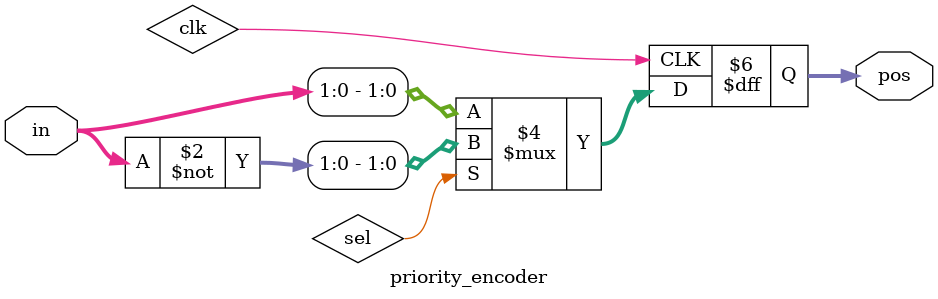
<source format=v>
module priority_encoder( 
input [2:0] in,
output reg [1:0] pos ); 
// When sel=1, assign b to out
// When sel=0, assign a to out
always @(posedge clk) begin
  if (sel)
    pos <= ~in;
  else
    pos <= in;
end
endmodule

</source>
